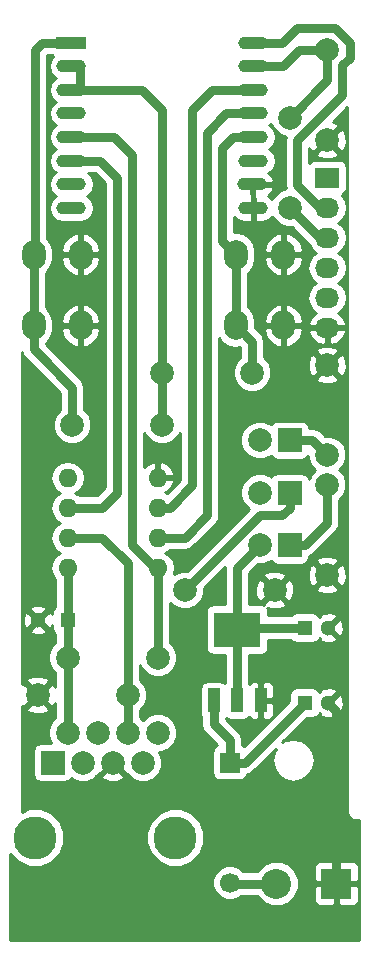
<source format=gbr>
G04 #@! TF.FileFunction,Copper,L2,Bot,Signal*
%FSLAX46Y46*%
G04 Gerber Fmt 4.6, Leading zero omitted, Abs format (unit mm)*
G04 Created by KiCad (PCBNEW 4.0.2+dfsg1-stable) date Thu 15 Mar 2018 01:12:06 PM CET*
%MOMM*%
G01*
G04 APERTURE LIST*
%ADD10C,0.100000*%
%ADD11R,2.500000X1.100000*%
%ADD12O,2.500000X1.100000*%
%ADD13C,3.649980*%
%ADD14R,2.000000X2.000000*%
%ADD15C,2.000000*%
%ADD16R,2.032000X1.727200*%
%ADD17O,2.032000X1.727200*%
%ADD18O,1.600000X1.600000*%
%ADD19R,4.000000X3.000000*%
%ADD20R,1.000000X2.000000*%
%ADD21O,2.000000X2.500000*%
%ADD22R,2.540000X2.540000*%
%ADD23C,2.540000*%
%ADD24C,1.998980*%
%ADD25R,1.300000X1.300000*%
%ADD26C,1.300000*%
%ADD27C,1.699260*%
%ADD28R,1.699260X1.699260*%
%ADD29C,0.800000*%
%ADD30C,0.254000*%
G04 APERTURE END LIST*
D10*
D11*
X151065000Y-67310000D03*
D12*
X151065000Y-69310000D03*
X151065000Y-71310000D03*
X151065000Y-73310000D03*
X151065000Y-75310000D03*
X151065000Y-77310000D03*
X151065000Y-79310000D03*
X151065000Y-81310000D03*
X166465000Y-81310000D03*
X166365000Y-79310000D03*
X166465000Y-77310000D03*
X166465000Y-75310000D03*
X166465000Y-73310000D03*
X166465000Y-71310000D03*
X166465000Y-69310000D03*
X166465000Y-67310000D03*
D13*
X159862520Y-134620000D03*
X147993100Y-134620000D03*
D14*
X149479000Y-128270000D03*
D15*
X150749000Y-125730000D03*
X152019000Y-128270000D03*
X153289000Y-125730000D03*
X154559000Y-128270000D03*
X155829000Y-125730000D03*
X157099000Y-128270000D03*
X158369000Y-125730000D03*
D16*
X172720000Y-78740000D03*
D17*
X172720000Y-81280000D03*
X172720000Y-83820000D03*
X172720000Y-86360000D03*
X172720000Y-88900000D03*
X172720000Y-91440000D03*
D18*
X158369000Y-111760000D03*
X158369000Y-109220000D03*
X158369000Y-106680000D03*
X158369000Y-104140000D03*
X150749000Y-104140000D03*
X150749000Y-106680000D03*
X150749000Y-109220000D03*
X150749000Y-111760000D03*
D19*
X165100000Y-117015000D03*
D20*
X165100000Y-123015000D03*
X163100000Y-123015000D03*
X167100000Y-123015000D03*
D21*
X165005000Y-85265000D03*
X169005000Y-85265000D03*
X165005000Y-91265000D03*
X169005000Y-91265000D03*
D22*
X173500000Y-138515000D03*
D23*
X168420000Y-138515000D03*
D21*
X147860000Y-85265000D03*
X151860000Y-85265000D03*
X147860000Y-91265000D03*
X151860000Y-91265000D03*
D24*
X155829000Y-122555000D03*
X148209000Y-122555000D03*
X158750000Y-99695000D03*
X151130000Y-99695000D03*
X150749000Y-119380000D03*
X158369000Y-119380000D03*
X169545000Y-81280000D03*
X169545000Y-73660000D03*
X172720000Y-75565000D03*
X172720000Y-67945000D03*
D25*
X170815000Y-123190000D03*
D26*
X172815000Y-123190000D03*
D25*
X170815000Y-116840000D03*
D26*
X172815000Y-116840000D03*
D25*
X150749000Y-116205000D03*
D26*
X148249000Y-116205000D03*
D24*
X166370000Y-95250000D03*
X158750000Y-95250000D03*
D14*
X169545000Y-105410000D03*
D15*
X167005000Y-105410000D03*
D14*
X169545000Y-100965000D03*
D15*
X167005000Y-100965000D03*
D14*
X169545000Y-109855000D03*
D15*
X167005000Y-109855000D03*
D24*
X168275000Y-113665000D03*
X160655000Y-113665000D03*
X172720000Y-94615000D03*
X172720000Y-102235000D03*
X172720000Y-112395000D03*
X172720000Y-104775000D03*
D27*
X164467540Y-138430520D03*
D28*
X164467540Y-128270520D03*
D29*
X173500000Y-138515000D02*
X173500000Y-123875000D01*
X173500000Y-123875000D02*
X172815000Y-123190000D01*
X170815000Y-116840000D02*
X165275000Y-116840000D01*
X165275000Y-116840000D02*
X165100000Y-117015000D01*
X165100000Y-117015000D02*
X165100000Y-123015000D01*
X150749000Y-116205000D02*
X150749000Y-119380000D01*
X150749000Y-111760000D02*
X150749000Y-116205000D01*
X150749000Y-125730000D02*
X150749000Y-119380000D01*
X167005000Y-109855000D02*
X165100000Y-111760000D01*
X165100000Y-111760000D02*
X165100000Y-116840000D01*
X151765000Y-71310000D02*
X151765000Y-69310000D01*
X158750000Y-95250000D02*
X158750000Y-73025000D01*
X157035000Y-71310000D02*
X151765000Y-71310000D01*
X158750000Y-73025000D02*
X157035000Y-71310000D01*
X158750000Y-99695000D02*
X158750000Y-95250000D01*
X147860000Y-91265000D02*
X147860000Y-93250000D01*
X151130000Y-96520000D02*
X151130000Y-99695000D01*
X147955000Y-93345000D02*
X151130000Y-96520000D01*
X147860000Y-93250000D02*
X147955000Y-93345000D01*
X147860000Y-91265000D02*
X147860000Y-85265000D01*
X147955000Y-91360000D02*
X147860000Y-91265000D01*
X151765000Y-67310000D02*
X148590000Y-67310000D01*
X147955000Y-67945000D02*
X147955000Y-85170000D01*
X148590000Y-67310000D02*
X147955000Y-67945000D01*
X147955000Y-85170000D02*
X147860000Y-85265000D01*
X160655000Y-113665000D02*
X167005000Y-107315000D01*
X169545000Y-106680000D02*
X169545000Y-105410000D01*
X168910000Y-107315000D02*
X169545000Y-106680000D01*
X167005000Y-107315000D02*
X168910000Y-107315000D01*
X158369000Y-119380000D02*
X158369000Y-111760000D01*
X158369000Y-111760000D02*
X158115000Y-111760000D01*
X158115000Y-111760000D02*
X156210000Y-109855000D01*
X154685000Y-75310000D02*
X151765000Y-75310000D01*
X156210000Y-76835000D02*
X154685000Y-75310000D01*
X156210000Y-109855000D02*
X156210000Y-76835000D01*
X158369000Y-109220000D02*
X160655000Y-109220000D01*
X164180000Y-73310000D02*
X165765000Y-73310000D01*
X162560000Y-74930000D02*
X164180000Y-73310000D01*
X162560000Y-107315000D02*
X162560000Y-74930000D01*
X160655000Y-109220000D02*
X162560000Y-107315000D01*
X158369000Y-106680000D02*
X159385000Y-106680000D01*
X163005000Y-71310000D02*
X165765000Y-71310000D01*
X161290000Y-73025000D02*
X163005000Y-71310000D01*
X161290000Y-104775000D02*
X161290000Y-73025000D01*
X159385000Y-106680000D02*
X161290000Y-104775000D01*
X150749000Y-106680000D02*
X153670000Y-106680000D01*
X153510000Y-77310000D02*
X151765000Y-77310000D01*
X154940000Y-78740000D02*
X153510000Y-77310000D01*
X154940000Y-105410000D02*
X154940000Y-78740000D01*
X153670000Y-106680000D02*
X154940000Y-105410000D01*
X150749000Y-109220000D02*
X153670000Y-109220000D01*
X155829000Y-111379000D02*
X153670000Y-109220000D01*
X155829000Y-111379000D02*
X155829000Y-122555000D01*
X155829000Y-125730000D02*
X155829000Y-122555000D01*
X172720000Y-81280000D02*
X172085000Y-81280000D01*
X172085000Y-81280000D02*
X170180000Y-79375000D01*
X168910000Y-67310000D02*
X165765000Y-67310000D01*
X170180000Y-66040000D02*
X168910000Y-67310000D01*
X173355000Y-66040000D02*
X170180000Y-66040000D01*
X174625000Y-67310000D02*
X173355000Y-66040000D01*
X174625000Y-68580000D02*
X174625000Y-67310000D01*
X173990000Y-69215000D02*
X174625000Y-68580000D01*
X173990000Y-71755000D02*
X173990000Y-69215000D01*
X170180000Y-75565000D02*
X173990000Y-71755000D01*
X170180000Y-79375000D02*
X170180000Y-75565000D01*
X172720000Y-83820000D02*
X172085000Y-83820000D01*
X172085000Y-83820000D02*
X169545000Y-81280000D01*
X165765000Y-69310000D02*
X169005000Y-69310000D01*
X170370000Y-67945000D02*
X172720000Y-67945000D01*
X169005000Y-69310000D02*
X170370000Y-67945000D01*
X172720000Y-67945000D02*
X172720000Y-70485000D01*
X172720000Y-70485000D02*
X169545000Y-73660000D01*
X164467540Y-128270520D02*
X164467540Y-126367540D01*
X163100000Y-125000000D02*
X163100000Y-123015000D01*
X164467540Y-126367540D02*
X163100000Y-125000000D01*
X170815000Y-123190000D02*
X165735000Y-128270000D01*
X165735000Y-128270000D02*
X164468060Y-128270000D01*
X164468060Y-128270000D02*
X164467540Y-128270520D01*
X172720000Y-102235000D02*
X171450000Y-100965000D01*
X171450000Y-100965000D02*
X169545000Y-100965000D01*
X169545000Y-109855000D02*
X170815000Y-109855000D01*
X172720000Y-107315000D02*
X172720000Y-104775000D01*
X172720000Y-107950000D02*
X172720000Y-107315000D01*
X172085000Y-108585000D02*
X172720000Y-107950000D01*
X170815000Y-109855000D02*
X172085000Y-108585000D01*
X165005000Y-91265000D02*
X165005000Y-85265000D01*
X166370000Y-95250000D02*
X166370000Y-92630000D01*
X166370000Y-92630000D02*
X165005000Y-91265000D01*
X165100000Y-91360000D02*
X165005000Y-91265000D01*
X165765000Y-75310000D02*
X164720000Y-75310000D01*
X163830000Y-84090000D02*
X165005000Y-85265000D01*
X163830000Y-76200000D02*
X163830000Y-84090000D01*
X164720000Y-75310000D02*
X163830000Y-76200000D01*
X168420000Y-138515000D02*
X164552020Y-138515000D01*
X164552020Y-138515000D02*
X164467540Y-138430520D01*
D30*
G36*
X149538615Y-68439694D02*
X149490149Y-68472078D01*
X149233274Y-68856520D01*
X149143071Y-69310000D01*
X149233274Y-69763480D01*
X149490149Y-70147922D01*
X149732717Y-70310000D01*
X149490149Y-70472078D01*
X149233274Y-70856520D01*
X149143071Y-71310000D01*
X149233274Y-71763480D01*
X149490149Y-72147922D01*
X149732717Y-72310000D01*
X149490149Y-72472078D01*
X149233274Y-72856520D01*
X149143071Y-73310000D01*
X149233274Y-73763480D01*
X149490149Y-74147922D01*
X149732717Y-74310000D01*
X149490149Y-74472078D01*
X149233274Y-74856520D01*
X149143071Y-75310000D01*
X149233274Y-75763480D01*
X149490149Y-76147922D01*
X149732717Y-76310000D01*
X149490149Y-76472078D01*
X149233274Y-76856520D01*
X149143071Y-77310000D01*
X149233274Y-77763480D01*
X149490149Y-78147922D01*
X149732717Y-78310000D01*
X149490149Y-78472078D01*
X149233274Y-78856520D01*
X149143071Y-79310000D01*
X149233274Y-79763480D01*
X149490149Y-80147922D01*
X149732717Y-80310000D01*
X149490149Y-80472078D01*
X149233274Y-80856520D01*
X149143071Y-81310000D01*
X149233274Y-81763480D01*
X149490149Y-82147922D01*
X149874591Y-82404797D01*
X150328071Y-82495000D01*
X151801929Y-82495000D01*
X152255409Y-82404797D01*
X152639851Y-82147922D01*
X152896726Y-81763480D01*
X152986929Y-81310000D01*
X152896726Y-80856520D01*
X152639851Y-80472078D01*
X152397283Y-80310000D01*
X152639851Y-80147922D01*
X152896726Y-79763480D01*
X152986929Y-79310000D01*
X152896726Y-78856520D01*
X152639851Y-78472078D01*
X152449665Y-78345000D01*
X153081288Y-78345000D01*
X153905000Y-79168711D01*
X153905000Y-104981289D01*
X153241288Y-105645000D01*
X151761427Y-105645000D01*
X151409725Y-105410000D01*
X151791811Y-105154698D01*
X152102880Y-104689151D01*
X152212113Y-104140000D01*
X152102880Y-103590849D01*
X151791811Y-103125302D01*
X151326264Y-102814233D01*
X150777113Y-102705000D01*
X150720887Y-102705000D01*
X150171736Y-102814233D01*
X149706189Y-103125302D01*
X149395120Y-103590849D01*
X149285887Y-104140000D01*
X149395120Y-104689151D01*
X149706189Y-105154698D01*
X150088275Y-105410000D01*
X149706189Y-105665302D01*
X149395120Y-106130849D01*
X149285887Y-106680000D01*
X149395120Y-107229151D01*
X149706189Y-107694698D01*
X150088275Y-107950000D01*
X149706189Y-108205302D01*
X149395120Y-108670849D01*
X149285887Y-109220000D01*
X149395120Y-109769151D01*
X149706189Y-110234698D01*
X150088275Y-110490000D01*
X149706189Y-110745302D01*
X149395120Y-111210849D01*
X149285887Y-111760000D01*
X149395120Y-112309151D01*
X149706189Y-112774698D01*
X149714000Y-112779917D01*
X149714000Y-115048156D01*
X149647559Y-115090910D01*
X149502569Y-115303110D01*
X149451560Y-115555000D01*
X149451560Y-115717385D01*
X149378611Y-115541271D01*
X149148016Y-115485590D01*
X148428605Y-116205000D01*
X149148016Y-116924410D01*
X149378611Y-116868729D01*
X149451560Y-116659098D01*
X149451560Y-116855000D01*
X149495838Y-117090317D01*
X149634910Y-117306441D01*
X149714000Y-117360481D01*
X149714000Y-118103691D01*
X149364154Y-118452927D01*
X149114794Y-119053453D01*
X149114226Y-119703694D01*
X149362538Y-120304655D01*
X149714000Y-120656731D01*
X149714000Y-121888750D01*
X149627965Y-121681042D01*
X149361163Y-121582443D01*
X148388605Y-122555000D01*
X149361163Y-123527557D01*
X149627965Y-123428958D01*
X149714000Y-123197362D01*
X149714000Y-124452971D01*
X149363722Y-124802637D01*
X149114284Y-125403352D01*
X149113716Y-126053795D01*
X149348726Y-126622560D01*
X148479000Y-126622560D01*
X148243683Y-126666838D01*
X148027559Y-126805910D01*
X147882569Y-127018110D01*
X147831560Y-127270000D01*
X147831560Y-129270000D01*
X147875838Y-129505317D01*
X148014910Y-129721441D01*
X148227110Y-129866431D01*
X148479000Y-129917440D01*
X150479000Y-129917440D01*
X150714317Y-129873162D01*
X150930441Y-129734090D01*
X151027910Y-129591439D01*
X151091637Y-129655278D01*
X151692352Y-129904716D01*
X152342795Y-129905284D01*
X152943943Y-129656894D01*
X153178715Y-129422532D01*
X153586073Y-129422532D01*
X153684736Y-129689387D01*
X154294461Y-129915908D01*
X154944460Y-129891856D01*
X155433264Y-129689387D01*
X155531927Y-129422532D01*
X154559000Y-128449605D01*
X153586073Y-129422532D01*
X153178715Y-129422532D01*
X153371562Y-129230022D01*
X153406468Y-129242927D01*
X154379395Y-128270000D01*
X154365253Y-128255858D01*
X154544858Y-128076253D01*
X154559000Y-128090395D01*
X154573143Y-128076253D01*
X154752748Y-128255858D01*
X154738605Y-128270000D01*
X155711532Y-129242927D01*
X155746938Y-129229836D01*
X156171637Y-129655278D01*
X156772352Y-129904716D01*
X157422795Y-129905284D01*
X158023943Y-129656894D01*
X158484278Y-129197363D01*
X158733716Y-128596648D01*
X158734284Y-127946205D01*
X158494180Y-127365111D01*
X158692795Y-127365284D01*
X159293943Y-127116894D01*
X159754278Y-126657363D01*
X160003716Y-126056648D01*
X160004284Y-125406205D01*
X159755894Y-124805057D01*
X159296363Y-124344722D01*
X158695648Y-124095284D01*
X158045205Y-124094716D01*
X157444057Y-124343106D01*
X157098801Y-124687759D01*
X156864000Y-124452547D01*
X156864000Y-123831309D01*
X157213846Y-123482073D01*
X157463206Y-122881547D01*
X157463774Y-122231306D01*
X157215462Y-121630345D01*
X156864000Y-121278269D01*
X156864000Y-120017771D01*
X156982538Y-120304655D01*
X157441927Y-120764846D01*
X158042453Y-121014206D01*
X158692694Y-121014774D01*
X159293655Y-120766462D01*
X159753846Y-120307073D01*
X160003206Y-119706547D01*
X160003774Y-119056306D01*
X159755462Y-118455345D01*
X159404000Y-118103269D01*
X159404000Y-114725353D01*
X159727927Y-115049846D01*
X160328453Y-115299206D01*
X160978694Y-115299774D01*
X161579655Y-115051462D01*
X162039846Y-114592073D01*
X162289206Y-113991547D01*
X162289641Y-113494071D01*
X164075251Y-111708461D01*
X164064999Y-111760000D01*
X164065000Y-111760005D01*
X164065000Y-114867560D01*
X163100000Y-114867560D01*
X162864683Y-114911838D01*
X162648559Y-115050910D01*
X162503569Y-115263110D01*
X162452560Y-115515000D01*
X162452560Y-118515000D01*
X162496838Y-118750317D01*
X162635910Y-118966441D01*
X162848110Y-119111431D01*
X163100000Y-119162440D01*
X164065000Y-119162440D01*
X164065000Y-121564973D01*
X164064090Y-121563559D01*
X163851890Y-121418569D01*
X163600000Y-121367560D01*
X162600000Y-121367560D01*
X162364683Y-121411838D01*
X162148559Y-121550910D01*
X162003569Y-121763110D01*
X161952560Y-122015000D01*
X161952560Y-124015000D01*
X161996838Y-124250317D01*
X162065000Y-124356244D01*
X162065000Y-124999995D01*
X162064999Y-125000000D01*
X162143785Y-125396077D01*
X162368144Y-125731856D01*
X163432540Y-126796251D01*
X163432540Y-126808330D01*
X163382593Y-126817728D01*
X163166469Y-126956800D01*
X163021479Y-127169000D01*
X162970470Y-127420890D01*
X162970470Y-129120150D01*
X163014748Y-129355467D01*
X163153820Y-129571591D01*
X163366020Y-129716581D01*
X163617910Y-129767590D01*
X165317170Y-129767590D01*
X165552487Y-129723312D01*
X165768611Y-129584240D01*
X165913601Y-129372040D01*
X165935243Y-129265170D01*
X166131077Y-129226215D01*
X166466856Y-129001856D01*
X168356779Y-127111933D01*
X168182778Y-127372343D01*
X168045000Y-128065000D01*
X168182778Y-128757657D01*
X168575137Y-129344863D01*
X169162343Y-129737222D01*
X169855000Y-129875000D01*
X170547657Y-129737222D01*
X171134863Y-129344863D01*
X171527222Y-128757657D01*
X171665000Y-128065000D01*
X171527222Y-127372343D01*
X171134863Y-126785137D01*
X170547657Y-126392778D01*
X169855000Y-126255000D01*
X169162343Y-126392778D01*
X168901933Y-126566779D01*
X170981271Y-124487440D01*
X171465000Y-124487440D01*
X171700317Y-124443162D01*
X171916441Y-124304090D01*
X171993937Y-124190671D01*
X172095590Y-124089018D01*
X172151271Y-124319611D01*
X172634078Y-124487622D01*
X173144428Y-124458083D01*
X173478729Y-124319611D01*
X173534410Y-124089016D01*
X172815000Y-123369605D01*
X172800858Y-123383748D01*
X172621252Y-123204142D01*
X172635395Y-123190000D01*
X172994605Y-123190000D01*
X173714016Y-123909410D01*
X173944611Y-123853729D01*
X174112622Y-123370922D01*
X174083083Y-122860572D01*
X173944611Y-122526271D01*
X173714016Y-122470590D01*
X172994605Y-123190000D01*
X172635395Y-123190000D01*
X172621252Y-123175858D01*
X172800858Y-122996252D01*
X172815000Y-123010395D01*
X173534410Y-122290984D01*
X173478729Y-122060389D01*
X172995922Y-121892378D01*
X172485572Y-121921917D01*
X172151271Y-122060389D01*
X172095590Y-122290982D01*
X171993928Y-122189320D01*
X171929090Y-122088559D01*
X171716890Y-121943569D01*
X171465000Y-121892560D01*
X170165000Y-121892560D01*
X169929683Y-121936838D01*
X169713559Y-122075910D01*
X169568569Y-122288110D01*
X169517560Y-122540000D01*
X169517560Y-123023729D01*
X165656847Y-126884441D01*
X165569060Y-126824459D01*
X165502540Y-126810988D01*
X165502540Y-126367545D01*
X165502541Y-126367540D01*
X165423755Y-125971463D01*
X165413567Y-125956215D01*
X165199396Y-125635684D01*
X165199393Y-125635682D01*
X164135000Y-124571288D01*
X164135000Y-124465027D01*
X164135910Y-124466441D01*
X164348110Y-124611431D01*
X164600000Y-124662440D01*
X165600000Y-124662440D01*
X165835317Y-124618162D01*
X166051441Y-124479090D01*
X166097969Y-124410994D01*
X166240302Y-124553327D01*
X166473691Y-124650000D01*
X166814250Y-124650000D01*
X166973000Y-124491250D01*
X166973000Y-123142000D01*
X167227000Y-123142000D01*
X167227000Y-124491250D01*
X167385750Y-124650000D01*
X167726309Y-124650000D01*
X167959698Y-124553327D01*
X168138327Y-124374699D01*
X168235000Y-124141310D01*
X168235000Y-123300750D01*
X168076250Y-123142000D01*
X167227000Y-123142000D01*
X166973000Y-123142000D01*
X166953000Y-123142000D01*
X166953000Y-122888000D01*
X166973000Y-122888000D01*
X166973000Y-121538750D01*
X167227000Y-121538750D01*
X167227000Y-122888000D01*
X168076250Y-122888000D01*
X168235000Y-122729250D01*
X168235000Y-121888690D01*
X168138327Y-121655301D01*
X167959698Y-121476673D01*
X167726309Y-121380000D01*
X167385750Y-121380000D01*
X167227000Y-121538750D01*
X166973000Y-121538750D01*
X166814250Y-121380000D01*
X166473691Y-121380000D01*
X166240302Y-121476673D01*
X166135000Y-121581974D01*
X166135000Y-119162440D01*
X167100000Y-119162440D01*
X167335317Y-119118162D01*
X167551441Y-118979090D01*
X167696431Y-118766890D01*
X167747440Y-118515000D01*
X167747440Y-117875000D01*
X169658156Y-117875000D01*
X169700910Y-117941441D01*
X169913110Y-118086431D01*
X170165000Y-118137440D01*
X171465000Y-118137440D01*
X171700317Y-118093162D01*
X171916441Y-117954090D01*
X171993937Y-117840671D01*
X172095590Y-117739018D01*
X172151271Y-117969611D01*
X172634078Y-118137622D01*
X173144428Y-118108083D01*
X173478729Y-117969611D01*
X173534410Y-117739016D01*
X172815000Y-117019605D01*
X172800858Y-117033748D01*
X172621252Y-116854142D01*
X172635395Y-116840000D01*
X172994605Y-116840000D01*
X173714016Y-117559410D01*
X173944611Y-117503729D01*
X174112622Y-117020922D01*
X174083083Y-116510572D01*
X173944611Y-116176271D01*
X173714016Y-116120590D01*
X172994605Y-116840000D01*
X172635395Y-116840000D01*
X172621252Y-116825858D01*
X172800858Y-116646252D01*
X172815000Y-116660395D01*
X173534410Y-115940984D01*
X173478729Y-115710389D01*
X172995922Y-115542378D01*
X172485572Y-115571917D01*
X172151271Y-115710389D01*
X172095590Y-115940982D01*
X171993928Y-115839320D01*
X171929090Y-115738559D01*
X171716890Y-115593569D01*
X171465000Y-115542560D01*
X170165000Y-115542560D01*
X169929683Y-115586838D01*
X169713559Y-115725910D01*
X169659519Y-115805000D01*
X167747440Y-115805000D01*
X167747440Y-115515000D01*
X167703162Y-115279683D01*
X167632565Y-115169973D01*
X168010582Y-115310401D01*
X168660377Y-115286341D01*
X169148958Y-115083965D01*
X169247557Y-114817163D01*
X168275000Y-113844605D01*
X167302443Y-114817163D01*
X167338950Y-114915949D01*
X167100000Y-114867560D01*
X166135000Y-114867560D01*
X166135000Y-113400582D01*
X166629599Y-113400582D01*
X166653659Y-114050377D01*
X166856035Y-114538958D01*
X167122837Y-114637557D01*
X168095395Y-113665000D01*
X168454605Y-113665000D01*
X169427163Y-114637557D01*
X169693965Y-114538958D01*
X169920401Y-113929418D01*
X169906248Y-113547163D01*
X171747443Y-113547163D01*
X171846042Y-113813965D01*
X172455582Y-114040401D01*
X173105377Y-114016341D01*
X173593958Y-113813965D01*
X173692557Y-113547163D01*
X172720000Y-112574605D01*
X171747443Y-113547163D01*
X169906248Y-113547163D01*
X169896341Y-113279623D01*
X169693965Y-112791042D01*
X169427163Y-112692443D01*
X168454605Y-113665000D01*
X168095395Y-113665000D01*
X167122837Y-112692443D01*
X166856035Y-112791042D01*
X166629599Y-113400582D01*
X166135000Y-113400582D01*
X166135000Y-112512837D01*
X167302443Y-112512837D01*
X168275000Y-113485395D01*
X169247557Y-112512837D01*
X169148958Y-112246035D01*
X168838172Y-112130582D01*
X171074599Y-112130582D01*
X171098659Y-112780377D01*
X171301035Y-113268958D01*
X171567837Y-113367557D01*
X172540395Y-112395000D01*
X172899605Y-112395000D01*
X173872163Y-113367557D01*
X174138965Y-113268958D01*
X174365401Y-112659418D01*
X174341341Y-112009623D01*
X174138965Y-111521042D01*
X173872163Y-111422443D01*
X172899605Y-112395000D01*
X172540395Y-112395000D01*
X171567837Y-111422443D01*
X171301035Y-111521042D01*
X171074599Y-112130582D01*
X168838172Y-112130582D01*
X168539418Y-112019599D01*
X167889623Y-112043659D01*
X167401042Y-112246035D01*
X167302443Y-112512837D01*
X166135000Y-112512837D01*
X166135000Y-112188712D01*
X166833860Y-111489852D01*
X167328795Y-111490284D01*
X167929943Y-111241894D01*
X167996574Y-111175379D01*
X168080910Y-111306441D01*
X168293110Y-111451431D01*
X168545000Y-111502440D01*
X170545000Y-111502440D01*
X170780317Y-111458162D01*
X170996441Y-111319090D01*
X171048542Y-111242837D01*
X171747443Y-111242837D01*
X172720000Y-112215395D01*
X173692557Y-111242837D01*
X173593958Y-110976035D01*
X172984418Y-110749599D01*
X172334623Y-110773659D01*
X171846042Y-110976035D01*
X171747443Y-111242837D01*
X171048542Y-111242837D01*
X171141431Y-111106890D01*
X171192440Y-110855000D01*
X171192440Y-110814922D01*
X171211077Y-110811215D01*
X171546856Y-110586856D01*
X172816853Y-109316858D01*
X172816856Y-109316856D01*
X173451853Y-108681858D01*
X173451856Y-108681856D01*
X173676215Y-108346077D01*
X173693622Y-108258569D01*
X173755001Y-107950000D01*
X173755000Y-107949995D01*
X173755000Y-106051309D01*
X174104846Y-105702073D01*
X174354206Y-105101547D01*
X174354774Y-104451306D01*
X174106462Y-103850345D01*
X173761520Y-103504801D01*
X174104846Y-103162073D01*
X174354206Y-102561547D01*
X174354774Y-101911306D01*
X174106462Y-101310345D01*
X173647073Y-100850154D01*
X173046547Y-100600794D01*
X172549071Y-100600359D01*
X172181856Y-100233144D01*
X171846077Y-100008785D01*
X171450000Y-99929999D01*
X171449995Y-99930000D01*
X171185854Y-99930000D01*
X171148162Y-99729683D01*
X171009090Y-99513559D01*
X170796890Y-99368569D01*
X170545000Y-99317560D01*
X168545000Y-99317560D01*
X168309683Y-99361838D01*
X168093559Y-99500910D01*
X167996090Y-99643561D01*
X167932363Y-99579722D01*
X167331648Y-99330284D01*
X166681205Y-99329716D01*
X166080057Y-99578106D01*
X165619722Y-100037637D01*
X165370284Y-100638352D01*
X165369716Y-101288795D01*
X165618106Y-101889943D01*
X166077637Y-102350278D01*
X166678352Y-102599716D01*
X167328795Y-102600284D01*
X167929943Y-102351894D01*
X167996574Y-102285379D01*
X168080910Y-102416441D01*
X168293110Y-102561431D01*
X168545000Y-102612440D01*
X170545000Y-102612440D01*
X170780317Y-102568162D01*
X170996441Y-102429090D01*
X171085453Y-102298817D01*
X171085226Y-102558694D01*
X171333538Y-103159655D01*
X171678480Y-103505199D01*
X171335154Y-103847927D01*
X171164163Y-104259720D01*
X171148162Y-104174683D01*
X171009090Y-103958559D01*
X170796890Y-103813569D01*
X170545000Y-103762560D01*
X168545000Y-103762560D01*
X168309683Y-103806838D01*
X168093559Y-103945910D01*
X167996090Y-104088561D01*
X167932363Y-104024722D01*
X167331648Y-103775284D01*
X166681205Y-103774716D01*
X166080057Y-104023106D01*
X165619722Y-104482637D01*
X165370284Y-105083352D01*
X165369716Y-105733795D01*
X165618106Y-106334943D01*
X166069331Y-106786958D01*
X160825630Y-112030658D01*
X160331306Y-112030226D01*
X159730345Y-112278538D01*
X159728628Y-112280252D01*
X159832113Y-111760000D01*
X159722880Y-111210849D01*
X159411811Y-110745302D01*
X159029725Y-110490000D01*
X159381427Y-110255000D01*
X160654995Y-110255000D01*
X160655000Y-110255001D01*
X161051077Y-110176215D01*
X161386856Y-109951856D01*
X163291853Y-108046858D01*
X163291856Y-108046856D01*
X163516215Y-107711077D01*
X163532584Y-107628785D01*
X163595001Y-107315000D01*
X163595000Y-107314995D01*
X163595000Y-92328090D01*
X163848880Y-92708049D01*
X164379313Y-93062472D01*
X165005000Y-93186929D01*
X165335000Y-93121288D01*
X165335000Y-93973691D01*
X164985154Y-94322927D01*
X164735794Y-94923453D01*
X164735226Y-95573694D01*
X164983538Y-96174655D01*
X165442927Y-96634846D01*
X166043453Y-96884206D01*
X166693694Y-96884774D01*
X167294655Y-96636462D01*
X167754846Y-96177073D01*
X167925055Y-95767163D01*
X171747443Y-95767163D01*
X171846042Y-96033965D01*
X172455582Y-96260401D01*
X173105377Y-96236341D01*
X173593958Y-96033965D01*
X173692557Y-95767163D01*
X172720000Y-94794605D01*
X171747443Y-95767163D01*
X167925055Y-95767163D01*
X168004206Y-95576547D01*
X168004774Y-94926306D01*
X167766890Y-94350582D01*
X171074599Y-94350582D01*
X171098659Y-95000377D01*
X171301035Y-95488958D01*
X171567837Y-95587557D01*
X172540395Y-94615000D01*
X172899605Y-94615000D01*
X173872163Y-95587557D01*
X174138965Y-95488958D01*
X174365401Y-94879418D01*
X174341341Y-94229623D01*
X174138965Y-93741042D01*
X173872163Y-93642443D01*
X172899605Y-94615000D01*
X172540395Y-94615000D01*
X171567837Y-93642443D01*
X171301035Y-93741042D01*
X171074599Y-94350582D01*
X167766890Y-94350582D01*
X167756462Y-94325345D01*
X167405000Y-93973269D01*
X167405000Y-93462837D01*
X171747443Y-93462837D01*
X172720000Y-94435395D01*
X173692557Y-93462837D01*
X173593958Y-93196035D01*
X172984418Y-92969599D01*
X172334623Y-92993659D01*
X171846042Y-93196035D01*
X171747443Y-93462837D01*
X167405000Y-93462837D01*
X167405000Y-92630005D01*
X167405001Y-92630000D01*
X167326215Y-92233923D01*
X167288592Y-92177616D01*
X167101856Y-91898144D01*
X167101853Y-91898142D01*
X166853741Y-91650030D01*
X167366185Y-91650030D01*
X167542606Y-92266899D01*
X167941663Y-92769298D01*
X168502604Y-93080742D01*
X168624566Y-93105124D01*
X168878000Y-92985777D01*
X168878000Y-91392000D01*
X169132000Y-91392000D01*
X169132000Y-92985777D01*
X169385434Y-93105124D01*
X169507396Y-93080742D01*
X170068337Y-92769298D01*
X170467394Y-92266899D01*
X170601202Y-91799026D01*
X171112642Y-91799026D01*
X171115291Y-91814791D01*
X171369268Y-92342036D01*
X171805680Y-92731954D01*
X172358087Y-92925184D01*
X172593000Y-92780924D01*
X172593000Y-91567000D01*
X172847000Y-91567000D01*
X172847000Y-92780924D01*
X173081913Y-92925184D01*
X173634320Y-92731954D01*
X174070732Y-92342036D01*
X174324709Y-91814791D01*
X174327358Y-91799026D01*
X174206217Y-91567000D01*
X172847000Y-91567000D01*
X172593000Y-91567000D01*
X171233783Y-91567000D01*
X171112642Y-91799026D01*
X170601202Y-91799026D01*
X170643815Y-91650030D01*
X170486012Y-91392000D01*
X169132000Y-91392000D01*
X168878000Y-91392000D01*
X167523988Y-91392000D01*
X167366185Y-91650030D01*
X166853741Y-91650030D01*
X166640000Y-91436289D01*
X166640000Y-90978071D01*
X166620487Y-90879970D01*
X167366185Y-90879970D01*
X167523988Y-91138000D01*
X168878000Y-91138000D01*
X168878000Y-89544223D01*
X169132000Y-89544223D01*
X169132000Y-91138000D01*
X170486012Y-91138000D01*
X170643815Y-90879970D01*
X170467394Y-90263101D01*
X170068337Y-89760702D01*
X169507396Y-89449258D01*
X169385434Y-89424876D01*
X169132000Y-89544223D01*
X168878000Y-89544223D01*
X168624566Y-89424876D01*
X168502604Y-89449258D01*
X167941663Y-89760702D01*
X167542606Y-90263101D01*
X167366185Y-90879970D01*
X166620487Y-90879970D01*
X166515543Y-90352384D01*
X166161120Y-89821951D01*
X166040000Y-89741021D01*
X166040000Y-86788979D01*
X166161120Y-86708049D01*
X166515543Y-86177616D01*
X166620486Y-85650030D01*
X167366185Y-85650030D01*
X167542606Y-86266899D01*
X167941663Y-86769298D01*
X168502604Y-87080742D01*
X168624566Y-87105124D01*
X168878000Y-86985777D01*
X168878000Y-85392000D01*
X169132000Y-85392000D01*
X169132000Y-86985777D01*
X169385434Y-87105124D01*
X169507396Y-87080742D01*
X170068337Y-86769298D01*
X170467394Y-86266899D01*
X170643815Y-85650030D01*
X170486012Y-85392000D01*
X169132000Y-85392000D01*
X168878000Y-85392000D01*
X167523988Y-85392000D01*
X167366185Y-85650030D01*
X166620486Y-85650030D01*
X166640000Y-85551929D01*
X166640000Y-84978071D01*
X166620487Y-84879970D01*
X167366185Y-84879970D01*
X167523988Y-85138000D01*
X168878000Y-85138000D01*
X168878000Y-83544223D01*
X169132000Y-83544223D01*
X169132000Y-85138000D01*
X170486012Y-85138000D01*
X170643815Y-84879970D01*
X170467394Y-84263101D01*
X170068337Y-83760702D01*
X169507396Y-83449258D01*
X169385434Y-83424876D01*
X169132000Y-83544223D01*
X168878000Y-83544223D01*
X168624566Y-83424876D01*
X168502604Y-83449258D01*
X167941663Y-83760702D01*
X167542606Y-84263101D01*
X167366185Y-84879970D01*
X166620487Y-84879970D01*
X166515543Y-84352384D01*
X166161120Y-83821951D01*
X165630687Y-83467528D01*
X165005000Y-83343071D01*
X164865000Y-83370919D01*
X164865000Y-82081272D01*
X165194187Y-82356196D01*
X165638000Y-82495000D01*
X166338000Y-82495000D01*
X166338000Y-81437000D01*
X166318000Y-81437000D01*
X166318000Y-81183000D01*
X166338000Y-81183000D01*
X166338000Y-80125000D01*
X166238000Y-80125000D01*
X166238000Y-79437000D01*
X166218000Y-79437000D01*
X166218000Y-79183000D01*
X166238000Y-79183000D01*
X166238000Y-79163000D01*
X166492000Y-79163000D01*
X166492000Y-79183000D01*
X168083361Y-79183000D01*
X168208803Y-79000256D01*
X168208398Y-78973854D01*
X167992724Y-78561882D01*
X167738309Y-78349405D01*
X168039851Y-78147922D01*
X168296726Y-77763480D01*
X168386929Y-77310000D01*
X168296726Y-76856520D01*
X168039851Y-76472078D01*
X167797283Y-76310000D01*
X168039851Y-76147922D01*
X168296726Y-75763480D01*
X168386929Y-75310000D01*
X168296726Y-74856520D01*
X168039851Y-74472078D01*
X167797283Y-74310000D01*
X167991447Y-74180264D01*
X168158538Y-74584655D01*
X168617927Y-75044846D01*
X169200359Y-75286693D01*
X169144999Y-75565000D01*
X169145000Y-75565005D01*
X169145000Y-79374995D01*
X169144999Y-79375000D01*
X169200464Y-79653838D01*
X168620345Y-79893538D01*
X168160154Y-80352927D01*
X168078367Y-80549892D01*
X167741127Y-80268242D01*
X167992724Y-80058118D01*
X168208398Y-79646146D01*
X168208803Y-79619744D01*
X168083361Y-79437000D01*
X166492000Y-79437000D01*
X166492000Y-80495000D01*
X166592000Y-80495000D01*
X166592000Y-81183000D01*
X166612000Y-81183000D01*
X166612000Y-81437000D01*
X166592000Y-81437000D01*
X166592000Y-82495000D01*
X167292000Y-82495000D01*
X167735813Y-82356196D01*
X168092724Y-82058118D01*
X168095667Y-82052496D01*
X168158538Y-82204655D01*
X168617927Y-82664846D01*
X169218453Y-82914206D01*
X169715929Y-82914641D01*
X171139792Y-84338503D01*
X171150729Y-84393489D01*
X171475585Y-84879670D01*
X171790366Y-85090000D01*
X171475585Y-85300330D01*
X171150729Y-85786511D01*
X171036655Y-86360000D01*
X171150729Y-86933489D01*
X171475585Y-87419670D01*
X171790366Y-87630000D01*
X171475585Y-87840330D01*
X171150729Y-88326511D01*
X171036655Y-88900000D01*
X171150729Y-89473489D01*
X171475585Y-89959670D01*
X171785069Y-90166461D01*
X171369268Y-90537964D01*
X171115291Y-91065209D01*
X171112642Y-91080974D01*
X171233783Y-91313000D01*
X172593000Y-91313000D01*
X172593000Y-91293000D01*
X172847000Y-91293000D01*
X172847000Y-91313000D01*
X174206217Y-91313000D01*
X174327358Y-91080974D01*
X174324709Y-91065209D01*
X174070732Y-90537964D01*
X173654931Y-90166461D01*
X173964415Y-89959670D01*
X174289271Y-89473489D01*
X174403345Y-88900000D01*
X174289271Y-88326511D01*
X173964415Y-87840330D01*
X173649634Y-87630000D01*
X173964415Y-87419670D01*
X174289271Y-86933489D01*
X174403345Y-86360000D01*
X174289271Y-85786511D01*
X173964415Y-85300330D01*
X173649634Y-85090000D01*
X173964415Y-84879670D01*
X174289271Y-84393489D01*
X174403345Y-83820000D01*
X174289271Y-83246511D01*
X173964415Y-82760330D01*
X173649634Y-82550000D01*
X173964415Y-82339670D01*
X174289271Y-81853489D01*
X174403345Y-81280000D01*
X174289271Y-80706511D01*
X173964415Y-80220330D01*
X173950087Y-80210757D01*
X173971317Y-80206762D01*
X174187441Y-80067690D01*
X174332431Y-79855490D01*
X174383440Y-79603600D01*
X174383440Y-77876400D01*
X174339162Y-77641083D01*
X174200090Y-77424959D01*
X173987890Y-77279969D01*
X173736000Y-77228960D01*
X171704000Y-77228960D01*
X171468683Y-77273238D01*
X171252559Y-77412310D01*
X171215000Y-77467279D01*
X171215000Y-76717163D01*
X171747443Y-76717163D01*
X171846042Y-76983965D01*
X172455582Y-77210401D01*
X173105377Y-77186341D01*
X173593958Y-76983965D01*
X173692557Y-76717163D01*
X172720000Y-75744605D01*
X171747443Y-76717163D01*
X171215000Y-76717163D01*
X171215000Y-76231250D01*
X171301035Y-76438958D01*
X171567837Y-76537557D01*
X172540395Y-75565000D01*
X172899605Y-75565000D01*
X173872163Y-76537557D01*
X174138965Y-76438958D01*
X174365401Y-75829418D01*
X174341341Y-75179623D01*
X174138965Y-74691042D01*
X173872163Y-74592443D01*
X172899605Y-75565000D01*
X172540395Y-75565000D01*
X172526252Y-75550858D01*
X172705858Y-75371252D01*
X172720000Y-75385395D01*
X173692557Y-74412837D01*
X173593958Y-74146035D01*
X173206582Y-74002130D01*
X174440000Y-72768711D01*
X174440000Y-132465000D01*
X174494046Y-132736705D01*
X174647954Y-132967046D01*
X174878295Y-133120954D01*
X175150000Y-133175000D01*
X175415000Y-133175000D01*
X175415000Y-143255000D01*
X145895000Y-143255000D01*
X145895000Y-138724536D01*
X162982652Y-138724536D01*
X163208198Y-139270397D01*
X163625466Y-139688394D01*
X164170933Y-139914892D01*
X164761556Y-139915408D01*
X165307417Y-139689862D01*
X165447523Y-139550000D01*
X166786441Y-139550000D01*
X166804078Y-139592686D01*
X167339495Y-140129039D01*
X168039410Y-140419668D01*
X168797265Y-140420330D01*
X169497686Y-140130922D01*
X170034039Y-139595505D01*
X170324668Y-138895590D01*
X170324750Y-138800750D01*
X171595000Y-138800750D01*
X171595000Y-139911310D01*
X171691673Y-140144699D01*
X171870302Y-140323327D01*
X172103691Y-140420000D01*
X173214250Y-140420000D01*
X173373000Y-140261250D01*
X173373000Y-138642000D01*
X173627000Y-138642000D01*
X173627000Y-140261250D01*
X173785750Y-140420000D01*
X174896309Y-140420000D01*
X175129698Y-140323327D01*
X175308327Y-140144699D01*
X175405000Y-139911310D01*
X175405000Y-138800750D01*
X175246250Y-138642000D01*
X173627000Y-138642000D01*
X173373000Y-138642000D01*
X171753750Y-138642000D01*
X171595000Y-138800750D01*
X170324750Y-138800750D01*
X170325330Y-138137735D01*
X170035922Y-137437314D01*
X169717855Y-137118690D01*
X171595000Y-137118690D01*
X171595000Y-138229250D01*
X171753750Y-138388000D01*
X173373000Y-138388000D01*
X173373000Y-136768750D01*
X173627000Y-136768750D01*
X173627000Y-138388000D01*
X175246250Y-138388000D01*
X175405000Y-138229250D01*
X175405000Y-137118690D01*
X175308327Y-136885301D01*
X175129698Y-136706673D01*
X174896309Y-136610000D01*
X173785750Y-136610000D01*
X173627000Y-136768750D01*
X173373000Y-136768750D01*
X173214250Y-136610000D01*
X172103691Y-136610000D01*
X171870302Y-136706673D01*
X171691673Y-136885301D01*
X171595000Y-137118690D01*
X169717855Y-137118690D01*
X169500505Y-136900961D01*
X168800590Y-136610332D01*
X168042735Y-136609670D01*
X167342314Y-136899078D01*
X166805961Y-137434495D01*
X166787066Y-137480000D01*
X165616432Y-137480000D01*
X165309614Y-137172646D01*
X164764147Y-136946148D01*
X164173524Y-136945632D01*
X163627663Y-137171178D01*
X163209666Y-137588446D01*
X162983168Y-138133913D01*
X162982652Y-138724536D01*
X145895000Y-138724536D01*
X145895000Y-135984047D01*
X145906406Y-136011652D01*
X146597808Y-136704262D01*
X147501631Y-137079562D01*
X148480275Y-137080416D01*
X149384752Y-136706694D01*
X150077362Y-136015292D01*
X150452662Y-135111469D01*
X150452665Y-135107175D01*
X157402104Y-135107175D01*
X157775826Y-136011652D01*
X158467228Y-136704262D01*
X159371051Y-137079562D01*
X160349695Y-137080416D01*
X161254172Y-136706694D01*
X161946782Y-136015292D01*
X162322082Y-135111469D01*
X162322936Y-134132825D01*
X161949214Y-133228348D01*
X161257812Y-132535738D01*
X160353989Y-132160438D01*
X159375345Y-132159584D01*
X158470868Y-132533306D01*
X157778258Y-133224708D01*
X157402958Y-134128531D01*
X157402104Y-135107175D01*
X150452665Y-135107175D01*
X150453516Y-134132825D01*
X150079794Y-133228348D01*
X149388392Y-132535738D01*
X148484569Y-132160438D01*
X147505925Y-132159584D01*
X146870000Y-132422343D01*
X146870000Y-123707163D01*
X147236443Y-123707163D01*
X147335042Y-123973965D01*
X147944582Y-124200401D01*
X148594377Y-124176341D01*
X149082958Y-123973965D01*
X149181557Y-123707163D01*
X148209000Y-122734605D01*
X147236443Y-123707163D01*
X146870000Y-123707163D01*
X146870000Y-123458510D01*
X147056837Y-123527557D01*
X148029395Y-122555000D01*
X147056837Y-121582443D01*
X146870000Y-121651490D01*
X146870000Y-121402837D01*
X147236443Y-121402837D01*
X148209000Y-122375395D01*
X149181557Y-121402837D01*
X149082958Y-121136035D01*
X148473418Y-120909599D01*
X147823623Y-120933659D01*
X147335042Y-121136035D01*
X147236443Y-121402837D01*
X146870000Y-121402837D01*
X146870000Y-117104016D01*
X147529590Y-117104016D01*
X147585271Y-117334611D01*
X148068078Y-117502622D01*
X148578428Y-117473083D01*
X148912729Y-117334611D01*
X148968410Y-117104016D01*
X148249000Y-116384605D01*
X147529590Y-117104016D01*
X146870000Y-117104016D01*
X146870000Y-116024078D01*
X146951378Y-116024078D01*
X146980917Y-116534428D01*
X147119389Y-116868729D01*
X147349984Y-116924410D01*
X148069395Y-116205000D01*
X147349984Y-115485590D01*
X147119389Y-115541271D01*
X146951378Y-116024078D01*
X146870000Y-116024078D01*
X146870000Y-115305984D01*
X147529590Y-115305984D01*
X148249000Y-116025395D01*
X148968410Y-115305984D01*
X148912729Y-115075389D01*
X148429922Y-114907378D01*
X147919572Y-114936917D01*
X147585271Y-115075389D01*
X147529590Y-115305984D01*
X146870000Y-115305984D01*
X146870000Y-93476231D01*
X146903785Y-93646077D01*
X147128144Y-93981856D01*
X147223142Y-94076853D01*
X147223144Y-94076856D01*
X150095000Y-96948711D01*
X150095000Y-98418691D01*
X149745154Y-98767927D01*
X149495794Y-99368453D01*
X149495226Y-100018694D01*
X149743538Y-100619655D01*
X150202927Y-101079846D01*
X150803453Y-101329206D01*
X151453694Y-101329774D01*
X152054655Y-101081462D01*
X152514846Y-100622073D01*
X152764206Y-100021547D01*
X152764774Y-99371306D01*
X152516462Y-98770345D01*
X152165000Y-98418269D01*
X152165000Y-96520005D01*
X152165001Y-96520000D01*
X152086215Y-96123923D01*
X151991289Y-95981856D01*
X151861856Y-95788144D01*
X151861853Y-95788142D01*
X148895000Y-92821288D01*
X148895000Y-92788979D01*
X149016120Y-92708049D01*
X149370543Y-92177616D01*
X149475486Y-91650030D01*
X150221185Y-91650030D01*
X150397606Y-92266899D01*
X150796663Y-92769298D01*
X151357604Y-93080742D01*
X151479566Y-93105124D01*
X151733000Y-92985777D01*
X151733000Y-91392000D01*
X151987000Y-91392000D01*
X151987000Y-92985777D01*
X152240434Y-93105124D01*
X152362396Y-93080742D01*
X152923337Y-92769298D01*
X153322394Y-92266899D01*
X153498815Y-91650030D01*
X153341012Y-91392000D01*
X151987000Y-91392000D01*
X151733000Y-91392000D01*
X150378988Y-91392000D01*
X150221185Y-91650030D01*
X149475486Y-91650030D01*
X149495000Y-91551929D01*
X149495000Y-90978071D01*
X149475487Y-90879970D01*
X150221185Y-90879970D01*
X150378988Y-91138000D01*
X151733000Y-91138000D01*
X151733000Y-89544223D01*
X151987000Y-89544223D01*
X151987000Y-91138000D01*
X153341012Y-91138000D01*
X153498815Y-90879970D01*
X153322394Y-90263101D01*
X152923337Y-89760702D01*
X152362396Y-89449258D01*
X152240434Y-89424876D01*
X151987000Y-89544223D01*
X151733000Y-89544223D01*
X151479566Y-89424876D01*
X151357604Y-89449258D01*
X150796663Y-89760702D01*
X150397606Y-90263101D01*
X150221185Y-90879970D01*
X149475487Y-90879970D01*
X149370543Y-90352384D01*
X149016120Y-89821951D01*
X148895000Y-89741021D01*
X148895000Y-86788979D01*
X149016120Y-86708049D01*
X149370543Y-86177616D01*
X149475486Y-85650030D01*
X150221185Y-85650030D01*
X150397606Y-86266899D01*
X150796663Y-86769298D01*
X151357604Y-87080742D01*
X151479566Y-87105124D01*
X151733000Y-86985777D01*
X151733000Y-85392000D01*
X151987000Y-85392000D01*
X151987000Y-86985777D01*
X152240434Y-87105124D01*
X152362396Y-87080742D01*
X152923337Y-86769298D01*
X153322394Y-86266899D01*
X153498815Y-85650030D01*
X153341012Y-85392000D01*
X151987000Y-85392000D01*
X151733000Y-85392000D01*
X150378988Y-85392000D01*
X150221185Y-85650030D01*
X149475486Y-85650030D01*
X149495000Y-85551929D01*
X149495000Y-84978071D01*
X149475487Y-84879970D01*
X150221185Y-84879970D01*
X150378988Y-85138000D01*
X151733000Y-85138000D01*
X151733000Y-83544223D01*
X151987000Y-83544223D01*
X151987000Y-85138000D01*
X153341012Y-85138000D01*
X153498815Y-84879970D01*
X153322394Y-84263101D01*
X152923337Y-83760702D01*
X152362396Y-83449258D01*
X152240434Y-83424876D01*
X151987000Y-83544223D01*
X151733000Y-83544223D01*
X151479566Y-83424876D01*
X151357604Y-83449258D01*
X150796663Y-83760702D01*
X150397606Y-84263101D01*
X150221185Y-84879970D01*
X149475487Y-84879970D01*
X149370543Y-84352384D01*
X149016120Y-83821951D01*
X148990000Y-83804498D01*
X148990000Y-68373712D01*
X149018711Y-68345000D01*
X149400025Y-68345000D01*
X149538615Y-68439694D01*
X149538615Y-68439694D01*
G37*
X149538615Y-68439694D02*
X149490149Y-68472078D01*
X149233274Y-68856520D01*
X149143071Y-69310000D01*
X149233274Y-69763480D01*
X149490149Y-70147922D01*
X149732717Y-70310000D01*
X149490149Y-70472078D01*
X149233274Y-70856520D01*
X149143071Y-71310000D01*
X149233274Y-71763480D01*
X149490149Y-72147922D01*
X149732717Y-72310000D01*
X149490149Y-72472078D01*
X149233274Y-72856520D01*
X149143071Y-73310000D01*
X149233274Y-73763480D01*
X149490149Y-74147922D01*
X149732717Y-74310000D01*
X149490149Y-74472078D01*
X149233274Y-74856520D01*
X149143071Y-75310000D01*
X149233274Y-75763480D01*
X149490149Y-76147922D01*
X149732717Y-76310000D01*
X149490149Y-76472078D01*
X149233274Y-76856520D01*
X149143071Y-77310000D01*
X149233274Y-77763480D01*
X149490149Y-78147922D01*
X149732717Y-78310000D01*
X149490149Y-78472078D01*
X149233274Y-78856520D01*
X149143071Y-79310000D01*
X149233274Y-79763480D01*
X149490149Y-80147922D01*
X149732717Y-80310000D01*
X149490149Y-80472078D01*
X149233274Y-80856520D01*
X149143071Y-81310000D01*
X149233274Y-81763480D01*
X149490149Y-82147922D01*
X149874591Y-82404797D01*
X150328071Y-82495000D01*
X151801929Y-82495000D01*
X152255409Y-82404797D01*
X152639851Y-82147922D01*
X152896726Y-81763480D01*
X152986929Y-81310000D01*
X152896726Y-80856520D01*
X152639851Y-80472078D01*
X152397283Y-80310000D01*
X152639851Y-80147922D01*
X152896726Y-79763480D01*
X152986929Y-79310000D01*
X152896726Y-78856520D01*
X152639851Y-78472078D01*
X152449665Y-78345000D01*
X153081288Y-78345000D01*
X153905000Y-79168711D01*
X153905000Y-104981289D01*
X153241288Y-105645000D01*
X151761427Y-105645000D01*
X151409725Y-105410000D01*
X151791811Y-105154698D01*
X152102880Y-104689151D01*
X152212113Y-104140000D01*
X152102880Y-103590849D01*
X151791811Y-103125302D01*
X151326264Y-102814233D01*
X150777113Y-102705000D01*
X150720887Y-102705000D01*
X150171736Y-102814233D01*
X149706189Y-103125302D01*
X149395120Y-103590849D01*
X149285887Y-104140000D01*
X149395120Y-104689151D01*
X149706189Y-105154698D01*
X150088275Y-105410000D01*
X149706189Y-105665302D01*
X149395120Y-106130849D01*
X149285887Y-106680000D01*
X149395120Y-107229151D01*
X149706189Y-107694698D01*
X150088275Y-107950000D01*
X149706189Y-108205302D01*
X149395120Y-108670849D01*
X149285887Y-109220000D01*
X149395120Y-109769151D01*
X149706189Y-110234698D01*
X150088275Y-110490000D01*
X149706189Y-110745302D01*
X149395120Y-111210849D01*
X149285887Y-111760000D01*
X149395120Y-112309151D01*
X149706189Y-112774698D01*
X149714000Y-112779917D01*
X149714000Y-115048156D01*
X149647559Y-115090910D01*
X149502569Y-115303110D01*
X149451560Y-115555000D01*
X149451560Y-115717385D01*
X149378611Y-115541271D01*
X149148016Y-115485590D01*
X148428605Y-116205000D01*
X149148016Y-116924410D01*
X149378611Y-116868729D01*
X149451560Y-116659098D01*
X149451560Y-116855000D01*
X149495838Y-117090317D01*
X149634910Y-117306441D01*
X149714000Y-117360481D01*
X149714000Y-118103691D01*
X149364154Y-118452927D01*
X149114794Y-119053453D01*
X149114226Y-119703694D01*
X149362538Y-120304655D01*
X149714000Y-120656731D01*
X149714000Y-121888750D01*
X149627965Y-121681042D01*
X149361163Y-121582443D01*
X148388605Y-122555000D01*
X149361163Y-123527557D01*
X149627965Y-123428958D01*
X149714000Y-123197362D01*
X149714000Y-124452971D01*
X149363722Y-124802637D01*
X149114284Y-125403352D01*
X149113716Y-126053795D01*
X149348726Y-126622560D01*
X148479000Y-126622560D01*
X148243683Y-126666838D01*
X148027559Y-126805910D01*
X147882569Y-127018110D01*
X147831560Y-127270000D01*
X147831560Y-129270000D01*
X147875838Y-129505317D01*
X148014910Y-129721441D01*
X148227110Y-129866431D01*
X148479000Y-129917440D01*
X150479000Y-129917440D01*
X150714317Y-129873162D01*
X150930441Y-129734090D01*
X151027910Y-129591439D01*
X151091637Y-129655278D01*
X151692352Y-129904716D01*
X152342795Y-129905284D01*
X152943943Y-129656894D01*
X153178715Y-129422532D01*
X153586073Y-129422532D01*
X153684736Y-129689387D01*
X154294461Y-129915908D01*
X154944460Y-129891856D01*
X155433264Y-129689387D01*
X155531927Y-129422532D01*
X154559000Y-128449605D01*
X153586073Y-129422532D01*
X153178715Y-129422532D01*
X153371562Y-129230022D01*
X153406468Y-129242927D01*
X154379395Y-128270000D01*
X154365253Y-128255858D01*
X154544858Y-128076253D01*
X154559000Y-128090395D01*
X154573143Y-128076253D01*
X154752748Y-128255858D01*
X154738605Y-128270000D01*
X155711532Y-129242927D01*
X155746938Y-129229836D01*
X156171637Y-129655278D01*
X156772352Y-129904716D01*
X157422795Y-129905284D01*
X158023943Y-129656894D01*
X158484278Y-129197363D01*
X158733716Y-128596648D01*
X158734284Y-127946205D01*
X158494180Y-127365111D01*
X158692795Y-127365284D01*
X159293943Y-127116894D01*
X159754278Y-126657363D01*
X160003716Y-126056648D01*
X160004284Y-125406205D01*
X159755894Y-124805057D01*
X159296363Y-124344722D01*
X158695648Y-124095284D01*
X158045205Y-124094716D01*
X157444057Y-124343106D01*
X157098801Y-124687759D01*
X156864000Y-124452547D01*
X156864000Y-123831309D01*
X157213846Y-123482073D01*
X157463206Y-122881547D01*
X157463774Y-122231306D01*
X157215462Y-121630345D01*
X156864000Y-121278269D01*
X156864000Y-120017771D01*
X156982538Y-120304655D01*
X157441927Y-120764846D01*
X158042453Y-121014206D01*
X158692694Y-121014774D01*
X159293655Y-120766462D01*
X159753846Y-120307073D01*
X160003206Y-119706547D01*
X160003774Y-119056306D01*
X159755462Y-118455345D01*
X159404000Y-118103269D01*
X159404000Y-114725353D01*
X159727927Y-115049846D01*
X160328453Y-115299206D01*
X160978694Y-115299774D01*
X161579655Y-115051462D01*
X162039846Y-114592073D01*
X162289206Y-113991547D01*
X162289641Y-113494071D01*
X164075251Y-111708461D01*
X164064999Y-111760000D01*
X164065000Y-111760005D01*
X164065000Y-114867560D01*
X163100000Y-114867560D01*
X162864683Y-114911838D01*
X162648559Y-115050910D01*
X162503569Y-115263110D01*
X162452560Y-115515000D01*
X162452560Y-118515000D01*
X162496838Y-118750317D01*
X162635910Y-118966441D01*
X162848110Y-119111431D01*
X163100000Y-119162440D01*
X164065000Y-119162440D01*
X164065000Y-121564973D01*
X164064090Y-121563559D01*
X163851890Y-121418569D01*
X163600000Y-121367560D01*
X162600000Y-121367560D01*
X162364683Y-121411838D01*
X162148559Y-121550910D01*
X162003569Y-121763110D01*
X161952560Y-122015000D01*
X161952560Y-124015000D01*
X161996838Y-124250317D01*
X162065000Y-124356244D01*
X162065000Y-124999995D01*
X162064999Y-125000000D01*
X162143785Y-125396077D01*
X162368144Y-125731856D01*
X163432540Y-126796251D01*
X163432540Y-126808330D01*
X163382593Y-126817728D01*
X163166469Y-126956800D01*
X163021479Y-127169000D01*
X162970470Y-127420890D01*
X162970470Y-129120150D01*
X163014748Y-129355467D01*
X163153820Y-129571591D01*
X163366020Y-129716581D01*
X163617910Y-129767590D01*
X165317170Y-129767590D01*
X165552487Y-129723312D01*
X165768611Y-129584240D01*
X165913601Y-129372040D01*
X165935243Y-129265170D01*
X166131077Y-129226215D01*
X166466856Y-129001856D01*
X168356779Y-127111933D01*
X168182778Y-127372343D01*
X168045000Y-128065000D01*
X168182778Y-128757657D01*
X168575137Y-129344863D01*
X169162343Y-129737222D01*
X169855000Y-129875000D01*
X170547657Y-129737222D01*
X171134863Y-129344863D01*
X171527222Y-128757657D01*
X171665000Y-128065000D01*
X171527222Y-127372343D01*
X171134863Y-126785137D01*
X170547657Y-126392778D01*
X169855000Y-126255000D01*
X169162343Y-126392778D01*
X168901933Y-126566779D01*
X170981271Y-124487440D01*
X171465000Y-124487440D01*
X171700317Y-124443162D01*
X171916441Y-124304090D01*
X171993937Y-124190671D01*
X172095590Y-124089018D01*
X172151271Y-124319611D01*
X172634078Y-124487622D01*
X173144428Y-124458083D01*
X173478729Y-124319611D01*
X173534410Y-124089016D01*
X172815000Y-123369605D01*
X172800858Y-123383748D01*
X172621252Y-123204142D01*
X172635395Y-123190000D01*
X172994605Y-123190000D01*
X173714016Y-123909410D01*
X173944611Y-123853729D01*
X174112622Y-123370922D01*
X174083083Y-122860572D01*
X173944611Y-122526271D01*
X173714016Y-122470590D01*
X172994605Y-123190000D01*
X172635395Y-123190000D01*
X172621252Y-123175858D01*
X172800858Y-122996252D01*
X172815000Y-123010395D01*
X173534410Y-122290984D01*
X173478729Y-122060389D01*
X172995922Y-121892378D01*
X172485572Y-121921917D01*
X172151271Y-122060389D01*
X172095590Y-122290982D01*
X171993928Y-122189320D01*
X171929090Y-122088559D01*
X171716890Y-121943569D01*
X171465000Y-121892560D01*
X170165000Y-121892560D01*
X169929683Y-121936838D01*
X169713559Y-122075910D01*
X169568569Y-122288110D01*
X169517560Y-122540000D01*
X169517560Y-123023729D01*
X165656847Y-126884441D01*
X165569060Y-126824459D01*
X165502540Y-126810988D01*
X165502540Y-126367545D01*
X165502541Y-126367540D01*
X165423755Y-125971463D01*
X165413567Y-125956215D01*
X165199396Y-125635684D01*
X165199393Y-125635682D01*
X164135000Y-124571288D01*
X164135000Y-124465027D01*
X164135910Y-124466441D01*
X164348110Y-124611431D01*
X164600000Y-124662440D01*
X165600000Y-124662440D01*
X165835317Y-124618162D01*
X166051441Y-124479090D01*
X166097969Y-124410994D01*
X166240302Y-124553327D01*
X166473691Y-124650000D01*
X166814250Y-124650000D01*
X166973000Y-124491250D01*
X166973000Y-123142000D01*
X167227000Y-123142000D01*
X167227000Y-124491250D01*
X167385750Y-124650000D01*
X167726309Y-124650000D01*
X167959698Y-124553327D01*
X168138327Y-124374699D01*
X168235000Y-124141310D01*
X168235000Y-123300750D01*
X168076250Y-123142000D01*
X167227000Y-123142000D01*
X166973000Y-123142000D01*
X166953000Y-123142000D01*
X166953000Y-122888000D01*
X166973000Y-122888000D01*
X166973000Y-121538750D01*
X167227000Y-121538750D01*
X167227000Y-122888000D01*
X168076250Y-122888000D01*
X168235000Y-122729250D01*
X168235000Y-121888690D01*
X168138327Y-121655301D01*
X167959698Y-121476673D01*
X167726309Y-121380000D01*
X167385750Y-121380000D01*
X167227000Y-121538750D01*
X166973000Y-121538750D01*
X166814250Y-121380000D01*
X166473691Y-121380000D01*
X166240302Y-121476673D01*
X166135000Y-121581974D01*
X166135000Y-119162440D01*
X167100000Y-119162440D01*
X167335317Y-119118162D01*
X167551441Y-118979090D01*
X167696431Y-118766890D01*
X167747440Y-118515000D01*
X167747440Y-117875000D01*
X169658156Y-117875000D01*
X169700910Y-117941441D01*
X169913110Y-118086431D01*
X170165000Y-118137440D01*
X171465000Y-118137440D01*
X171700317Y-118093162D01*
X171916441Y-117954090D01*
X171993937Y-117840671D01*
X172095590Y-117739018D01*
X172151271Y-117969611D01*
X172634078Y-118137622D01*
X173144428Y-118108083D01*
X173478729Y-117969611D01*
X173534410Y-117739016D01*
X172815000Y-117019605D01*
X172800858Y-117033748D01*
X172621252Y-116854142D01*
X172635395Y-116840000D01*
X172994605Y-116840000D01*
X173714016Y-117559410D01*
X173944611Y-117503729D01*
X174112622Y-117020922D01*
X174083083Y-116510572D01*
X173944611Y-116176271D01*
X173714016Y-116120590D01*
X172994605Y-116840000D01*
X172635395Y-116840000D01*
X172621252Y-116825858D01*
X172800858Y-116646252D01*
X172815000Y-116660395D01*
X173534410Y-115940984D01*
X173478729Y-115710389D01*
X172995922Y-115542378D01*
X172485572Y-115571917D01*
X172151271Y-115710389D01*
X172095590Y-115940982D01*
X171993928Y-115839320D01*
X171929090Y-115738559D01*
X171716890Y-115593569D01*
X171465000Y-115542560D01*
X170165000Y-115542560D01*
X169929683Y-115586838D01*
X169713559Y-115725910D01*
X169659519Y-115805000D01*
X167747440Y-115805000D01*
X167747440Y-115515000D01*
X167703162Y-115279683D01*
X167632565Y-115169973D01*
X168010582Y-115310401D01*
X168660377Y-115286341D01*
X169148958Y-115083965D01*
X169247557Y-114817163D01*
X168275000Y-113844605D01*
X167302443Y-114817163D01*
X167338950Y-114915949D01*
X167100000Y-114867560D01*
X166135000Y-114867560D01*
X166135000Y-113400582D01*
X166629599Y-113400582D01*
X166653659Y-114050377D01*
X166856035Y-114538958D01*
X167122837Y-114637557D01*
X168095395Y-113665000D01*
X168454605Y-113665000D01*
X169427163Y-114637557D01*
X169693965Y-114538958D01*
X169920401Y-113929418D01*
X169906248Y-113547163D01*
X171747443Y-113547163D01*
X171846042Y-113813965D01*
X172455582Y-114040401D01*
X173105377Y-114016341D01*
X173593958Y-113813965D01*
X173692557Y-113547163D01*
X172720000Y-112574605D01*
X171747443Y-113547163D01*
X169906248Y-113547163D01*
X169896341Y-113279623D01*
X169693965Y-112791042D01*
X169427163Y-112692443D01*
X168454605Y-113665000D01*
X168095395Y-113665000D01*
X167122837Y-112692443D01*
X166856035Y-112791042D01*
X166629599Y-113400582D01*
X166135000Y-113400582D01*
X166135000Y-112512837D01*
X167302443Y-112512837D01*
X168275000Y-113485395D01*
X169247557Y-112512837D01*
X169148958Y-112246035D01*
X168838172Y-112130582D01*
X171074599Y-112130582D01*
X171098659Y-112780377D01*
X171301035Y-113268958D01*
X171567837Y-113367557D01*
X172540395Y-112395000D01*
X172899605Y-112395000D01*
X173872163Y-113367557D01*
X174138965Y-113268958D01*
X174365401Y-112659418D01*
X174341341Y-112009623D01*
X174138965Y-111521042D01*
X173872163Y-111422443D01*
X172899605Y-112395000D01*
X172540395Y-112395000D01*
X171567837Y-111422443D01*
X171301035Y-111521042D01*
X171074599Y-112130582D01*
X168838172Y-112130582D01*
X168539418Y-112019599D01*
X167889623Y-112043659D01*
X167401042Y-112246035D01*
X167302443Y-112512837D01*
X166135000Y-112512837D01*
X166135000Y-112188712D01*
X166833860Y-111489852D01*
X167328795Y-111490284D01*
X167929943Y-111241894D01*
X167996574Y-111175379D01*
X168080910Y-111306441D01*
X168293110Y-111451431D01*
X168545000Y-111502440D01*
X170545000Y-111502440D01*
X170780317Y-111458162D01*
X170996441Y-111319090D01*
X171048542Y-111242837D01*
X171747443Y-111242837D01*
X172720000Y-112215395D01*
X173692557Y-111242837D01*
X173593958Y-110976035D01*
X172984418Y-110749599D01*
X172334623Y-110773659D01*
X171846042Y-110976035D01*
X171747443Y-111242837D01*
X171048542Y-111242837D01*
X171141431Y-111106890D01*
X171192440Y-110855000D01*
X171192440Y-110814922D01*
X171211077Y-110811215D01*
X171546856Y-110586856D01*
X172816853Y-109316858D01*
X172816856Y-109316856D01*
X173451853Y-108681858D01*
X173451856Y-108681856D01*
X173676215Y-108346077D01*
X173693622Y-108258569D01*
X173755001Y-107950000D01*
X173755000Y-107949995D01*
X173755000Y-106051309D01*
X174104846Y-105702073D01*
X174354206Y-105101547D01*
X174354774Y-104451306D01*
X174106462Y-103850345D01*
X173761520Y-103504801D01*
X174104846Y-103162073D01*
X174354206Y-102561547D01*
X174354774Y-101911306D01*
X174106462Y-101310345D01*
X173647073Y-100850154D01*
X173046547Y-100600794D01*
X172549071Y-100600359D01*
X172181856Y-100233144D01*
X171846077Y-100008785D01*
X171450000Y-99929999D01*
X171449995Y-99930000D01*
X171185854Y-99930000D01*
X171148162Y-99729683D01*
X171009090Y-99513559D01*
X170796890Y-99368569D01*
X170545000Y-99317560D01*
X168545000Y-99317560D01*
X168309683Y-99361838D01*
X168093559Y-99500910D01*
X167996090Y-99643561D01*
X167932363Y-99579722D01*
X167331648Y-99330284D01*
X166681205Y-99329716D01*
X166080057Y-99578106D01*
X165619722Y-100037637D01*
X165370284Y-100638352D01*
X165369716Y-101288795D01*
X165618106Y-101889943D01*
X166077637Y-102350278D01*
X166678352Y-102599716D01*
X167328795Y-102600284D01*
X167929943Y-102351894D01*
X167996574Y-102285379D01*
X168080910Y-102416441D01*
X168293110Y-102561431D01*
X168545000Y-102612440D01*
X170545000Y-102612440D01*
X170780317Y-102568162D01*
X170996441Y-102429090D01*
X171085453Y-102298817D01*
X171085226Y-102558694D01*
X171333538Y-103159655D01*
X171678480Y-103505199D01*
X171335154Y-103847927D01*
X171164163Y-104259720D01*
X171148162Y-104174683D01*
X171009090Y-103958559D01*
X170796890Y-103813569D01*
X170545000Y-103762560D01*
X168545000Y-103762560D01*
X168309683Y-103806838D01*
X168093559Y-103945910D01*
X167996090Y-104088561D01*
X167932363Y-104024722D01*
X167331648Y-103775284D01*
X166681205Y-103774716D01*
X166080057Y-104023106D01*
X165619722Y-104482637D01*
X165370284Y-105083352D01*
X165369716Y-105733795D01*
X165618106Y-106334943D01*
X166069331Y-106786958D01*
X160825630Y-112030658D01*
X160331306Y-112030226D01*
X159730345Y-112278538D01*
X159728628Y-112280252D01*
X159832113Y-111760000D01*
X159722880Y-111210849D01*
X159411811Y-110745302D01*
X159029725Y-110490000D01*
X159381427Y-110255000D01*
X160654995Y-110255000D01*
X160655000Y-110255001D01*
X161051077Y-110176215D01*
X161386856Y-109951856D01*
X163291853Y-108046858D01*
X163291856Y-108046856D01*
X163516215Y-107711077D01*
X163532584Y-107628785D01*
X163595001Y-107315000D01*
X163595000Y-107314995D01*
X163595000Y-92328090D01*
X163848880Y-92708049D01*
X164379313Y-93062472D01*
X165005000Y-93186929D01*
X165335000Y-93121288D01*
X165335000Y-93973691D01*
X164985154Y-94322927D01*
X164735794Y-94923453D01*
X164735226Y-95573694D01*
X164983538Y-96174655D01*
X165442927Y-96634846D01*
X166043453Y-96884206D01*
X166693694Y-96884774D01*
X167294655Y-96636462D01*
X167754846Y-96177073D01*
X167925055Y-95767163D01*
X171747443Y-95767163D01*
X171846042Y-96033965D01*
X172455582Y-96260401D01*
X173105377Y-96236341D01*
X173593958Y-96033965D01*
X173692557Y-95767163D01*
X172720000Y-94794605D01*
X171747443Y-95767163D01*
X167925055Y-95767163D01*
X168004206Y-95576547D01*
X168004774Y-94926306D01*
X167766890Y-94350582D01*
X171074599Y-94350582D01*
X171098659Y-95000377D01*
X171301035Y-95488958D01*
X171567837Y-95587557D01*
X172540395Y-94615000D01*
X172899605Y-94615000D01*
X173872163Y-95587557D01*
X174138965Y-95488958D01*
X174365401Y-94879418D01*
X174341341Y-94229623D01*
X174138965Y-93741042D01*
X173872163Y-93642443D01*
X172899605Y-94615000D01*
X172540395Y-94615000D01*
X171567837Y-93642443D01*
X171301035Y-93741042D01*
X171074599Y-94350582D01*
X167766890Y-94350582D01*
X167756462Y-94325345D01*
X167405000Y-93973269D01*
X167405000Y-93462837D01*
X171747443Y-93462837D01*
X172720000Y-94435395D01*
X173692557Y-93462837D01*
X173593958Y-93196035D01*
X172984418Y-92969599D01*
X172334623Y-92993659D01*
X171846042Y-93196035D01*
X171747443Y-93462837D01*
X167405000Y-93462837D01*
X167405000Y-92630005D01*
X167405001Y-92630000D01*
X167326215Y-92233923D01*
X167288592Y-92177616D01*
X167101856Y-91898144D01*
X167101853Y-91898142D01*
X166853741Y-91650030D01*
X167366185Y-91650030D01*
X167542606Y-92266899D01*
X167941663Y-92769298D01*
X168502604Y-93080742D01*
X168624566Y-93105124D01*
X168878000Y-92985777D01*
X168878000Y-91392000D01*
X169132000Y-91392000D01*
X169132000Y-92985777D01*
X169385434Y-93105124D01*
X169507396Y-93080742D01*
X170068337Y-92769298D01*
X170467394Y-92266899D01*
X170601202Y-91799026D01*
X171112642Y-91799026D01*
X171115291Y-91814791D01*
X171369268Y-92342036D01*
X171805680Y-92731954D01*
X172358087Y-92925184D01*
X172593000Y-92780924D01*
X172593000Y-91567000D01*
X172847000Y-91567000D01*
X172847000Y-92780924D01*
X173081913Y-92925184D01*
X173634320Y-92731954D01*
X174070732Y-92342036D01*
X174324709Y-91814791D01*
X174327358Y-91799026D01*
X174206217Y-91567000D01*
X172847000Y-91567000D01*
X172593000Y-91567000D01*
X171233783Y-91567000D01*
X171112642Y-91799026D01*
X170601202Y-91799026D01*
X170643815Y-91650030D01*
X170486012Y-91392000D01*
X169132000Y-91392000D01*
X168878000Y-91392000D01*
X167523988Y-91392000D01*
X167366185Y-91650030D01*
X166853741Y-91650030D01*
X166640000Y-91436289D01*
X166640000Y-90978071D01*
X166620487Y-90879970D01*
X167366185Y-90879970D01*
X167523988Y-91138000D01*
X168878000Y-91138000D01*
X168878000Y-89544223D01*
X169132000Y-89544223D01*
X169132000Y-91138000D01*
X170486012Y-91138000D01*
X170643815Y-90879970D01*
X170467394Y-90263101D01*
X170068337Y-89760702D01*
X169507396Y-89449258D01*
X169385434Y-89424876D01*
X169132000Y-89544223D01*
X168878000Y-89544223D01*
X168624566Y-89424876D01*
X168502604Y-89449258D01*
X167941663Y-89760702D01*
X167542606Y-90263101D01*
X167366185Y-90879970D01*
X166620487Y-90879970D01*
X166515543Y-90352384D01*
X166161120Y-89821951D01*
X166040000Y-89741021D01*
X166040000Y-86788979D01*
X166161120Y-86708049D01*
X166515543Y-86177616D01*
X166620486Y-85650030D01*
X167366185Y-85650030D01*
X167542606Y-86266899D01*
X167941663Y-86769298D01*
X168502604Y-87080742D01*
X168624566Y-87105124D01*
X168878000Y-86985777D01*
X168878000Y-85392000D01*
X169132000Y-85392000D01*
X169132000Y-86985777D01*
X169385434Y-87105124D01*
X169507396Y-87080742D01*
X170068337Y-86769298D01*
X170467394Y-86266899D01*
X170643815Y-85650030D01*
X170486012Y-85392000D01*
X169132000Y-85392000D01*
X168878000Y-85392000D01*
X167523988Y-85392000D01*
X167366185Y-85650030D01*
X166620486Y-85650030D01*
X166640000Y-85551929D01*
X166640000Y-84978071D01*
X166620487Y-84879970D01*
X167366185Y-84879970D01*
X167523988Y-85138000D01*
X168878000Y-85138000D01*
X168878000Y-83544223D01*
X169132000Y-83544223D01*
X169132000Y-85138000D01*
X170486012Y-85138000D01*
X170643815Y-84879970D01*
X170467394Y-84263101D01*
X170068337Y-83760702D01*
X169507396Y-83449258D01*
X169385434Y-83424876D01*
X169132000Y-83544223D01*
X168878000Y-83544223D01*
X168624566Y-83424876D01*
X168502604Y-83449258D01*
X167941663Y-83760702D01*
X167542606Y-84263101D01*
X167366185Y-84879970D01*
X166620487Y-84879970D01*
X166515543Y-84352384D01*
X166161120Y-83821951D01*
X165630687Y-83467528D01*
X165005000Y-83343071D01*
X164865000Y-83370919D01*
X164865000Y-82081272D01*
X165194187Y-82356196D01*
X165638000Y-82495000D01*
X166338000Y-82495000D01*
X166338000Y-81437000D01*
X166318000Y-81437000D01*
X166318000Y-81183000D01*
X166338000Y-81183000D01*
X166338000Y-80125000D01*
X166238000Y-80125000D01*
X166238000Y-79437000D01*
X166218000Y-79437000D01*
X166218000Y-79183000D01*
X166238000Y-79183000D01*
X166238000Y-79163000D01*
X166492000Y-79163000D01*
X166492000Y-79183000D01*
X168083361Y-79183000D01*
X168208803Y-79000256D01*
X168208398Y-78973854D01*
X167992724Y-78561882D01*
X167738309Y-78349405D01*
X168039851Y-78147922D01*
X168296726Y-77763480D01*
X168386929Y-77310000D01*
X168296726Y-76856520D01*
X168039851Y-76472078D01*
X167797283Y-76310000D01*
X168039851Y-76147922D01*
X168296726Y-75763480D01*
X168386929Y-75310000D01*
X168296726Y-74856520D01*
X168039851Y-74472078D01*
X167797283Y-74310000D01*
X167991447Y-74180264D01*
X168158538Y-74584655D01*
X168617927Y-75044846D01*
X169200359Y-75286693D01*
X169144999Y-75565000D01*
X169145000Y-75565005D01*
X169145000Y-79374995D01*
X169144999Y-79375000D01*
X169200464Y-79653838D01*
X168620345Y-79893538D01*
X168160154Y-80352927D01*
X168078367Y-80549892D01*
X167741127Y-80268242D01*
X167992724Y-80058118D01*
X168208398Y-79646146D01*
X168208803Y-79619744D01*
X168083361Y-79437000D01*
X166492000Y-79437000D01*
X166492000Y-80495000D01*
X166592000Y-80495000D01*
X166592000Y-81183000D01*
X166612000Y-81183000D01*
X166612000Y-81437000D01*
X166592000Y-81437000D01*
X166592000Y-82495000D01*
X167292000Y-82495000D01*
X167735813Y-82356196D01*
X168092724Y-82058118D01*
X168095667Y-82052496D01*
X168158538Y-82204655D01*
X168617927Y-82664846D01*
X169218453Y-82914206D01*
X169715929Y-82914641D01*
X171139792Y-84338503D01*
X171150729Y-84393489D01*
X171475585Y-84879670D01*
X171790366Y-85090000D01*
X171475585Y-85300330D01*
X171150729Y-85786511D01*
X171036655Y-86360000D01*
X171150729Y-86933489D01*
X171475585Y-87419670D01*
X171790366Y-87630000D01*
X171475585Y-87840330D01*
X171150729Y-88326511D01*
X171036655Y-88900000D01*
X171150729Y-89473489D01*
X171475585Y-89959670D01*
X171785069Y-90166461D01*
X171369268Y-90537964D01*
X171115291Y-91065209D01*
X171112642Y-91080974D01*
X171233783Y-91313000D01*
X172593000Y-91313000D01*
X172593000Y-91293000D01*
X172847000Y-91293000D01*
X172847000Y-91313000D01*
X174206217Y-91313000D01*
X174327358Y-91080974D01*
X174324709Y-91065209D01*
X174070732Y-90537964D01*
X173654931Y-90166461D01*
X173964415Y-89959670D01*
X174289271Y-89473489D01*
X174403345Y-88900000D01*
X174289271Y-88326511D01*
X173964415Y-87840330D01*
X173649634Y-87630000D01*
X173964415Y-87419670D01*
X174289271Y-86933489D01*
X174403345Y-86360000D01*
X174289271Y-85786511D01*
X173964415Y-85300330D01*
X173649634Y-85090000D01*
X173964415Y-84879670D01*
X174289271Y-84393489D01*
X174403345Y-83820000D01*
X174289271Y-83246511D01*
X173964415Y-82760330D01*
X173649634Y-82550000D01*
X173964415Y-82339670D01*
X174289271Y-81853489D01*
X174403345Y-81280000D01*
X174289271Y-80706511D01*
X173964415Y-80220330D01*
X173950087Y-80210757D01*
X173971317Y-80206762D01*
X174187441Y-80067690D01*
X174332431Y-79855490D01*
X174383440Y-79603600D01*
X174383440Y-77876400D01*
X174339162Y-77641083D01*
X174200090Y-77424959D01*
X173987890Y-77279969D01*
X173736000Y-77228960D01*
X171704000Y-77228960D01*
X171468683Y-77273238D01*
X171252559Y-77412310D01*
X171215000Y-77467279D01*
X171215000Y-76717163D01*
X171747443Y-76717163D01*
X171846042Y-76983965D01*
X172455582Y-77210401D01*
X173105377Y-77186341D01*
X173593958Y-76983965D01*
X173692557Y-76717163D01*
X172720000Y-75744605D01*
X171747443Y-76717163D01*
X171215000Y-76717163D01*
X171215000Y-76231250D01*
X171301035Y-76438958D01*
X171567837Y-76537557D01*
X172540395Y-75565000D01*
X172899605Y-75565000D01*
X173872163Y-76537557D01*
X174138965Y-76438958D01*
X174365401Y-75829418D01*
X174341341Y-75179623D01*
X174138965Y-74691042D01*
X173872163Y-74592443D01*
X172899605Y-75565000D01*
X172540395Y-75565000D01*
X172526252Y-75550858D01*
X172705858Y-75371252D01*
X172720000Y-75385395D01*
X173692557Y-74412837D01*
X173593958Y-74146035D01*
X173206582Y-74002130D01*
X174440000Y-72768711D01*
X174440000Y-132465000D01*
X174494046Y-132736705D01*
X174647954Y-132967046D01*
X174878295Y-133120954D01*
X175150000Y-133175000D01*
X175415000Y-133175000D01*
X175415000Y-143255000D01*
X145895000Y-143255000D01*
X145895000Y-138724536D01*
X162982652Y-138724536D01*
X163208198Y-139270397D01*
X163625466Y-139688394D01*
X164170933Y-139914892D01*
X164761556Y-139915408D01*
X165307417Y-139689862D01*
X165447523Y-139550000D01*
X166786441Y-139550000D01*
X166804078Y-139592686D01*
X167339495Y-140129039D01*
X168039410Y-140419668D01*
X168797265Y-140420330D01*
X169497686Y-140130922D01*
X170034039Y-139595505D01*
X170324668Y-138895590D01*
X170324750Y-138800750D01*
X171595000Y-138800750D01*
X171595000Y-139911310D01*
X171691673Y-140144699D01*
X171870302Y-140323327D01*
X172103691Y-140420000D01*
X173214250Y-140420000D01*
X173373000Y-140261250D01*
X173373000Y-138642000D01*
X173627000Y-138642000D01*
X173627000Y-140261250D01*
X173785750Y-140420000D01*
X174896309Y-140420000D01*
X175129698Y-140323327D01*
X175308327Y-140144699D01*
X175405000Y-139911310D01*
X175405000Y-138800750D01*
X175246250Y-138642000D01*
X173627000Y-138642000D01*
X173373000Y-138642000D01*
X171753750Y-138642000D01*
X171595000Y-138800750D01*
X170324750Y-138800750D01*
X170325330Y-138137735D01*
X170035922Y-137437314D01*
X169717855Y-137118690D01*
X171595000Y-137118690D01*
X171595000Y-138229250D01*
X171753750Y-138388000D01*
X173373000Y-138388000D01*
X173373000Y-136768750D01*
X173627000Y-136768750D01*
X173627000Y-138388000D01*
X175246250Y-138388000D01*
X175405000Y-138229250D01*
X175405000Y-137118690D01*
X175308327Y-136885301D01*
X175129698Y-136706673D01*
X174896309Y-136610000D01*
X173785750Y-136610000D01*
X173627000Y-136768750D01*
X173373000Y-136768750D01*
X173214250Y-136610000D01*
X172103691Y-136610000D01*
X171870302Y-136706673D01*
X171691673Y-136885301D01*
X171595000Y-137118690D01*
X169717855Y-137118690D01*
X169500505Y-136900961D01*
X168800590Y-136610332D01*
X168042735Y-136609670D01*
X167342314Y-136899078D01*
X166805961Y-137434495D01*
X166787066Y-137480000D01*
X165616432Y-137480000D01*
X165309614Y-137172646D01*
X164764147Y-136946148D01*
X164173524Y-136945632D01*
X163627663Y-137171178D01*
X163209666Y-137588446D01*
X162983168Y-138133913D01*
X162982652Y-138724536D01*
X145895000Y-138724536D01*
X145895000Y-135984047D01*
X145906406Y-136011652D01*
X146597808Y-136704262D01*
X147501631Y-137079562D01*
X148480275Y-137080416D01*
X149384752Y-136706694D01*
X150077362Y-136015292D01*
X150452662Y-135111469D01*
X150452665Y-135107175D01*
X157402104Y-135107175D01*
X157775826Y-136011652D01*
X158467228Y-136704262D01*
X159371051Y-137079562D01*
X160349695Y-137080416D01*
X161254172Y-136706694D01*
X161946782Y-136015292D01*
X162322082Y-135111469D01*
X162322936Y-134132825D01*
X161949214Y-133228348D01*
X161257812Y-132535738D01*
X160353989Y-132160438D01*
X159375345Y-132159584D01*
X158470868Y-132533306D01*
X157778258Y-133224708D01*
X157402958Y-134128531D01*
X157402104Y-135107175D01*
X150452665Y-135107175D01*
X150453516Y-134132825D01*
X150079794Y-133228348D01*
X149388392Y-132535738D01*
X148484569Y-132160438D01*
X147505925Y-132159584D01*
X146870000Y-132422343D01*
X146870000Y-123707163D01*
X147236443Y-123707163D01*
X147335042Y-123973965D01*
X147944582Y-124200401D01*
X148594377Y-124176341D01*
X149082958Y-123973965D01*
X149181557Y-123707163D01*
X148209000Y-122734605D01*
X147236443Y-123707163D01*
X146870000Y-123707163D01*
X146870000Y-123458510D01*
X147056837Y-123527557D01*
X148029395Y-122555000D01*
X147056837Y-121582443D01*
X146870000Y-121651490D01*
X146870000Y-121402837D01*
X147236443Y-121402837D01*
X148209000Y-122375395D01*
X149181557Y-121402837D01*
X149082958Y-121136035D01*
X148473418Y-120909599D01*
X147823623Y-120933659D01*
X147335042Y-121136035D01*
X147236443Y-121402837D01*
X146870000Y-121402837D01*
X146870000Y-117104016D01*
X147529590Y-117104016D01*
X147585271Y-117334611D01*
X148068078Y-117502622D01*
X148578428Y-117473083D01*
X148912729Y-117334611D01*
X148968410Y-117104016D01*
X148249000Y-116384605D01*
X147529590Y-117104016D01*
X146870000Y-117104016D01*
X146870000Y-116024078D01*
X146951378Y-116024078D01*
X146980917Y-116534428D01*
X147119389Y-116868729D01*
X147349984Y-116924410D01*
X148069395Y-116205000D01*
X147349984Y-115485590D01*
X147119389Y-115541271D01*
X146951378Y-116024078D01*
X146870000Y-116024078D01*
X146870000Y-115305984D01*
X147529590Y-115305984D01*
X148249000Y-116025395D01*
X148968410Y-115305984D01*
X148912729Y-115075389D01*
X148429922Y-114907378D01*
X147919572Y-114936917D01*
X147585271Y-115075389D01*
X147529590Y-115305984D01*
X146870000Y-115305984D01*
X146870000Y-93476231D01*
X146903785Y-93646077D01*
X147128144Y-93981856D01*
X147223142Y-94076853D01*
X147223144Y-94076856D01*
X150095000Y-96948711D01*
X150095000Y-98418691D01*
X149745154Y-98767927D01*
X149495794Y-99368453D01*
X149495226Y-100018694D01*
X149743538Y-100619655D01*
X150202927Y-101079846D01*
X150803453Y-101329206D01*
X151453694Y-101329774D01*
X152054655Y-101081462D01*
X152514846Y-100622073D01*
X152764206Y-100021547D01*
X152764774Y-99371306D01*
X152516462Y-98770345D01*
X152165000Y-98418269D01*
X152165000Y-96520005D01*
X152165001Y-96520000D01*
X152086215Y-96123923D01*
X151991289Y-95981856D01*
X151861856Y-95788144D01*
X151861853Y-95788142D01*
X148895000Y-92821288D01*
X148895000Y-92788979D01*
X149016120Y-92708049D01*
X149370543Y-92177616D01*
X149475486Y-91650030D01*
X150221185Y-91650030D01*
X150397606Y-92266899D01*
X150796663Y-92769298D01*
X151357604Y-93080742D01*
X151479566Y-93105124D01*
X151733000Y-92985777D01*
X151733000Y-91392000D01*
X151987000Y-91392000D01*
X151987000Y-92985777D01*
X152240434Y-93105124D01*
X152362396Y-93080742D01*
X152923337Y-92769298D01*
X153322394Y-92266899D01*
X153498815Y-91650030D01*
X153341012Y-91392000D01*
X151987000Y-91392000D01*
X151733000Y-91392000D01*
X150378988Y-91392000D01*
X150221185Y-91650030D01*
X149475486Y-91650030D01*
X149495000Y-91551929D01*
X149495000Y-90978071D01*
X149475487Y-90879970D01*
X150221185Y-90879970D01*
X150378988Y-91138000D01*
X151733000Y-91138000D01*
X151733000Y-89544223D01*
X151987000Y-89544223D01*
X151987000Y-91138000D01*
X153341012Y-91138000D01*
X153498815Y-90879970D01*
X153322394Y-90263101D01*
X152923337Y-89760702D01*
X152362396Y-89449258D01*
X152240434Y-89424876D01*
X151987000Y-89544223D01*
X151733000Y-89544223D01*
X151479566Y-89424876D01*
X151357604Y-89449258D01*
X150796663Y-89760702D01*
X150397606Y-90263101D01*
X150221185Y-90879970D01*
X149475487Y-90879970D01*
X149370543Y-90352384D01*
X149016120Y-89821951D01*
X148895000Y-89741021D01*
X148895000Y-86788979D01*
X149016120Y-86708049D01*
X149370543Y-86177616D01*
X149475486Y-85650030D01*
X150221185Y-85650030D01*
X150397606Y-86266899D01*
X150796663Y-86769298D01*
X151357604Y-87080742D01*
X151479566Y-87105124D01*
X151733000Y-86985777D01*
X151733000Y-85392000D01*
X151987000Y-85392000D01*
X151987000Y-86985777D01*
X152240434Y-87105124D01*
X152362396Y-87080742D01*
X152923337Y-86769298D01*
X153322394Y-86266899D01*
X153498815Y-85650030D01*
X153341012Y-85392000D01*
X151987000Y-85392000D01*
X151733000Y-85392000D01*
X150378988Y-85392000D01*
X150221185Y-85650030D01*
X149475486Y-85650030D01*
X149495000Y-85551929D01*
X149495000Y-84978071D01*
X149475487Y-84879970D01*
X150221185Y-84879970D01*
X150378988Y-85138000D01*
X151733000Y-85138000D01*
X151733000Y-83544223D01*
X151987000Y-83544223D01*
X151987000Y-85138000D01*
X153341012Y-85138000D01*
X153498815Y-84879970D01*
X153322394Y-84263101D01*
X152923337Y-83760702D01*
X152362396Y-83449258D01*
X152240434Y-83424876D01*
X151987000Y-83544223D01*
X151733000Y-83544223D01*
X151479566Y-83424876D01*
X151357604Y-83449258D01*
X150796663Y-83760702D01*
X150397606Y-84263101D01*
X150221185Y-84879970D01*
X149475487Y-84879970D01*
X149370543Y-84352384D01*
X149016120Y-83821951D01*
X148990000Y-83804498D01*
X148990000Y-68373712D01*
X149018711Y-68345000D01*
X149400025Y-68345000D01*
X149538615Y-68439694D01*
G36*
X160255000Y-104346289D02*
X159126575Y-105474713D01*
X159007297Y-105395014D01*
X159224134Y-105292389D01*
X159600041Y-104877423D01*
X159760904Y-104489039D01*
X159638915Y-104267000D01*
X158496000Y-104267000D01*
X158496000Y-104287000D01*
X158242000Y-104287000D01*
X158242000Y-104267000D01*
X158222000Y-104267000D01*
X158222000Y-104013000D01*
X158242000Y-104013000D01*
X158242000Y-102869371D01*
X158496000Y-102869371D01*
X158496000Y-104013000D01*
X159638915Y-104013000D01*
X159760904Y-103790961D01*
X159600041Y-103402577D01*
X159224134Y-102987611D01*
X158718041Y-102748086D01*
X158496000Y-102869371D01*
X158242000Y-102869371D01*
X158019959Y-102748086D01*
X157513866Y-102987611D01*
X157245000Y-103284414D01*
X157245000Y-100332771D01*
X157363538Y-100619655D01*
X157822927Y-101079846D01*
X158423453Y-101329206D01*
X159073694Y-101329774D01*
X159674655Y-101081462D01*
X160134846Y-100622073D01*
X160255000Y-100332710D01*
X160255000Y-104346289D01*
X160255000Y-104346289D01*
G37*
X160255000Y-104346289D02*
X159126575Y-105474713D01*
X159007297Y-105395014D01*
X159224134Y-105292389D01*
X159600041Y-104877423D01*
X159760904Y-104489039D01*
X159638915Y-104267000D01*
X158496000Y-104267000D01*
X158496000Y-104287000D01*
X158242000Y-104287000D01*
X158242000Y-104267000D01*
X158222000Y-104267000D01*
X158222000Y-104013000D01*
X158242000Y-104013000D01*
X158242000Y-102869371D01*
X158496000Y-102869371D01*
X158496000Y-104013000D01*
X159638915Y-104013000D01*
X159760904Y-103790961D01*
X159600041Y-103402577D01*
X159224134Y-102987611D01*
X158718041Y-102748086D01*
X158496000Y-102869371D01*
X158242000Y-102869371D01*
X158019959Y-102748086D01*
X157513866Y-102987611D01*
X157245000Y-103284414D01*
X157245000Y-100332771D01*
X157363538Y-100619655D01*
X157822927Y-101079846D01*
X158423453Y-101329206D01*
X159073694Y-101329774D01*
X159674655Y-101081462D01*
X160134846Y-100622073D01*
X160255000Y-100332710D01*
X160255000Y-104346289D01*
M02*

</source>
